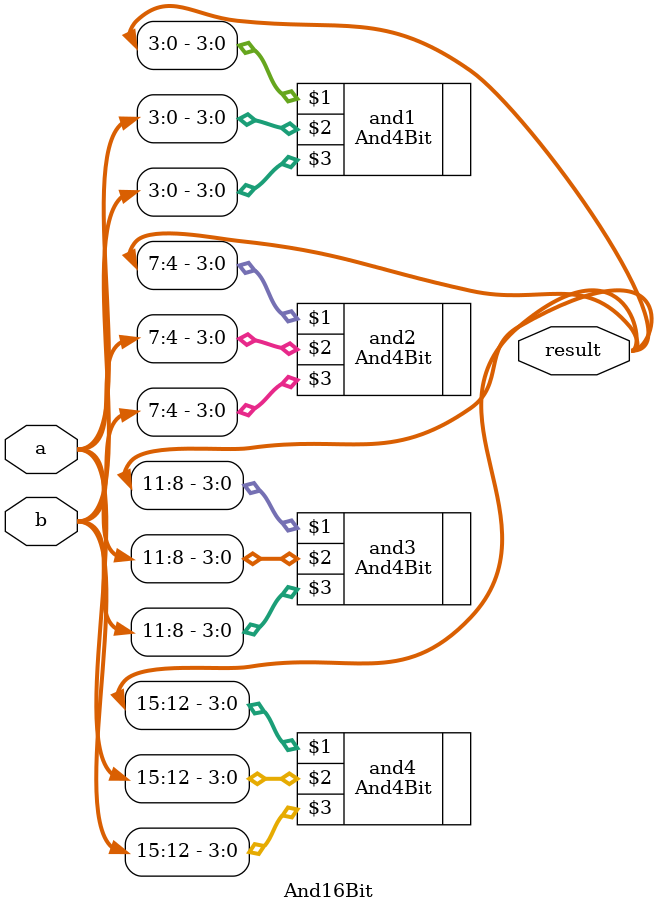
<source format=v>
module And16Bit(output[15:0] result,
					input[15:0] a, 
					input[15:0] b);

	And4Bit and1(result[3:0], a[3:0], b[3:0]);
	And4Bit and2(result[7:4], a[7:4], b[7:4]);
	And4Bit and3(result[11:8], a[11:8], b[11:8]);
	And4Bit and4(result[15:12], a[15:12], b[15:12]);

endmodule 
</source>
